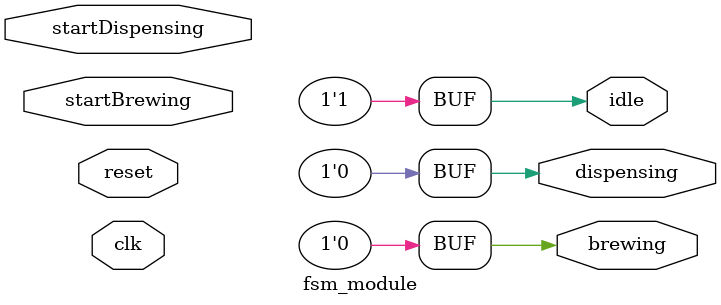
<source format=v>
module fsm_module ( 
  input wire clk,
  input wire reset,
  input wire startBrewing,
  input wire startDispensing,
  output reg idle,
  output reg brewing,
  output reg dispensing
);

  parameter WIDTH = 4;
  parameter IDLE = {WIDTH{1'b0}};
  parameter BREWING = {WIDTH{1'b0}};
  parameter DISPENSING = {WIDTH{1'b0}};
  parameter UNREACHABLE = {WIDTH{1'b0}};

  reg [WIDTH-1:0] current_state;
  reg [WIDTH-1:0] next_state;

  always @(posedge clk or posedge reset) begin
    if (reset) begin
      current_state <= IDLE;
    end else begin
      current_state <= next_state;
    end
  end

  always @(current_state) begin
    case (current_state)
      IDLE:
        begin
          idle       = 1'b1;
          brewing    = 1'b0;
          dispensing = 1'b0;
          next_state  = IDLE;
          if (startBrewing) begin
            next_state = BREWING;
          end
        end
      BREWING:
        begin
          idle       = 1'b0;
          brewing    = 1'b1;
          dispensing = 1'b0;
          next_state  = DISPENSING;
          if (!startBrewing) begin
            next_state = IDLE;
          end
        end
      DISPENSING:
        begin
          idle       = 1'b0;
          brewing    = 1'b0;
          dispensing = 1'b1;
          next_state  = UNREACHABLE;
          if (!startDispensing) begin
            next_state = IDLE;
          end
        end
      UNREACHABLE:
        begin
          idle       = 1'b0;
          brewing    = 1'b0;
          dispensing = 1'b0;
          next_state  = IDLE;
        end
      default:
        begin
          idle       = 1'b1;
          brewing    = 1'b0;
          dispensing = 1'b0;
          next_state  = IDLE;
        end
    endcase
  end
endmodule
</source>
